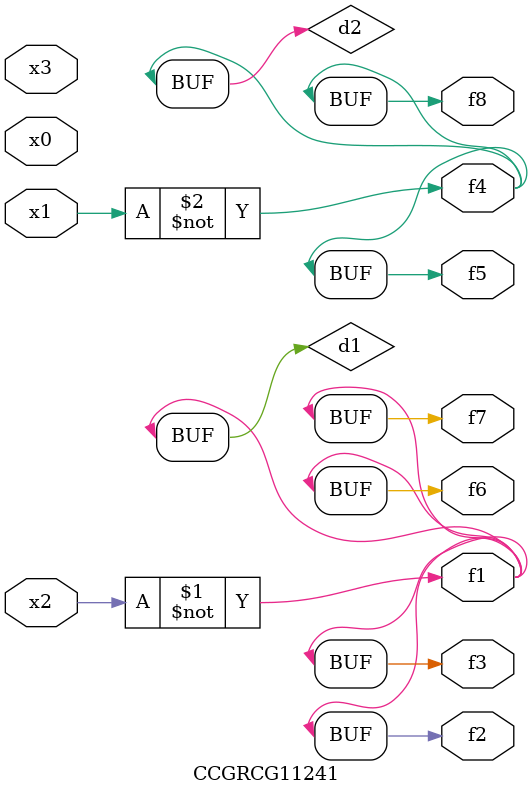
<source format=v>
module CCGRCG11241(
	input x0, x1, x2, x3,
	output f1, f2, f3, f4, f5, f6, f7, f8
);

	wire d1, d2;

	xnor (d1, x2);
	not (d2, x1);
	assign f1 = d1;
	assign f2 = d1;
	assign f3 = d1;
	assign f4 = d2;
	assign f5 = d2;
	assign f6 = d1;
	assign f7 = d1;
	assign f8 = d2;
endmodule

</source>
